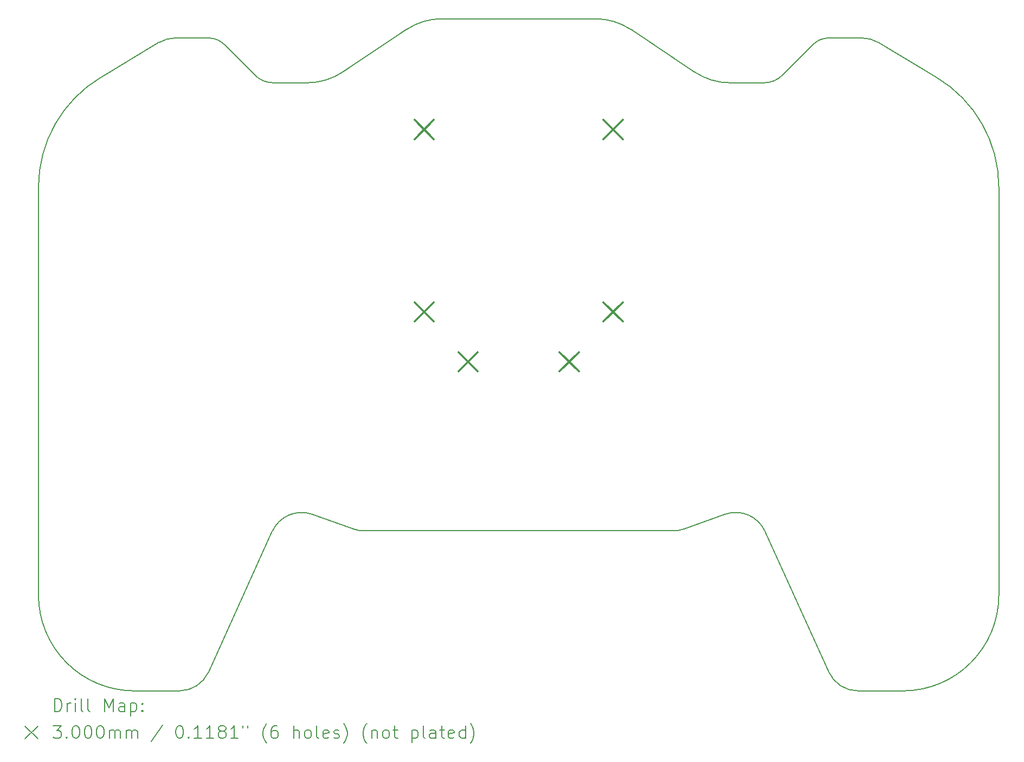
<source format=gbr>
%TF.GenerationSoftware,KiCad,Pcbnew,8.0.1*%
%TF.CreationDate,2024-05-05T13:03:46+07:00*%
%TF.ProjectId,Arduino_RC_Transceiver_DIY_2.3.0,41726475-696e-46f5-9f52-435f5472616e,2.1.0*%
%TF.SameCoordinates,Original*%
%TF.FileFunction,Drillmap*%
%TF.FilePolarity,Positive*%
%FSLAX45Y45*%
G04 Gerber Fmt 4.5, Leading zero omitted, Abs format (unit mm)*
G04 Created by KiCad (PCBNEW 8.0.1) date 2024-05-05 13:03:46*
%MOMM*%
%LPD*%
G01*
G04 APERTURE LIST*
%ADD10C,0.200000*%
%ADD11C,0.300000*%
G04 APERTURE END LIST*
D10*
X19052357Y-5457643D02*
X19532688Y-4977312D01*
X18158166Y-12316540D02*
G75*
G02*
X18781711Y-12580855I168205J-470850D01*
G01*
X20235200Y-15074800D02*
G75*
G02*
X19779855Y-14781345I0J500000D01*
G01*
X9635205Y-15074800D02*
X8935200Y-15074800D01*
X16687125Y-4742750D02*
X17683275Y-5406850D01*
X20553956Y-4946053D02*
X21464192Y-5492195D01*
X20296708Y-4874800D02*
G75*
G02*
X20553957Y-4946053I2J-500000D01*
G01*
X21464192Y-5492195D02*
G75*
G02*
X22435199Y-7207181I-1028992J-1714985D01*
G01*
X7435200Y-7207181D02*
G75*
G02*
X8406208Y-5492195I2000000J1D01*
G01*
X12521825Y-12574800D02*
G75*
G02*
X12353624Y-12545658I-15J499890D01*
G01*
X12187125Y-5406850D02*
X13183275Y-4742750D01*
X19532688Y-4977312D02*
G75*
G02*
X19780175Y-4874802I247472J-247458D01*
G01*
X11100885Y-5574800D02*
G75*
G02*
X10818045Y-5457641I5J400000D01*
G01*
X12187125Y-5406850D02*
G75*
G02*
X11632424Y-5574800I-554685J832000D01*
G01*
X20935200Y-15074800D02*
X20235200Y-15074800D01*
X8935200Y-15074800D02*
G75*
G02*
X7435200Y-13574800I0J1500000D01*
G01*
X10090551Y-14781344D02*
G75*
G02*
X9635205Y-15074801I-455341J206534D01*
G01*
X13737976Y-4574800D02*
X16132424Y-4574800D01*
X19052357Y-5457643D02*
G75*
G02*
X18769515Y-5574798I-282827J282813D01*
G01*
X13183275Y-4742750D02*
G75*
G02*
X13737976Y-4574800I554685J-832000D01*
G01*
X10337712Y-4977313D02*
X10818043Y-5457643D01*
X9316444Y-4946054D02*
G75*
G02*
X9573692Y-4874798I257246J-428727D01*
G01*
X17348575Y-12574800D02*
X12521825Y-12574800D01*
X18237976Y-5574800D02*
X18769515Y-5574800D01*
X12353624Y-12545659D02*
X11712234Y-12316541D01*
X19780175Y-4874800D02*
X20296708Y-4874800D01*
X11100885Y-5574800D02*
X11632424Y-5574800D01*
X18158166Y-12316540D02*
X17516777Y-12545659D01*
X9573692Y-4874800D02*
X10090225Y-4874800D01*
X16132424Y-4574800D02*
G75*
G02*
X16687123Y-4742752I-4J-1000000D01*
G01*
X11088687Y-12580856D02*
G75*
G02*
X11712235Y-12316538I455353J-206554D01*
G01*
X19779855Y-14781345D02*
X18781713Y-12580854D01*
X17516777Y-12545659D02*
G75*
G02*
X17348575Y-12574800I-168187J470769D01*
G01*
X22435200Y-13574800D02*
G75*
G02*
X20935200Y-15074800I-1500000J0D01*
G01*
X10090225Y-4874800D02*
G75*
G02*
X10337713Y-4977312I-15J-350040D01*
G01*
X11088687Y-12580856D02*
X10090551Y-14781344D01*
X7435200Y-13574800D02*
X7435200Y-7207181D01*
X22435200Y-7207181D02*
X22435200Y-13574800D01*
X18237976Y-5574800D02*
G75*
G02*
X17683277Y-5406848I4J1000000D01*
G01*
X8406208Y-5492195D02*
X9316444Y-4946054D01*
D11*
X13311500Y-6156625D02*
X13611500Y-6456625D01*
X13611500Y-6156625D02*
X13311500Y-6456625D01*
X13311500Y-9006625D02*
X13611500Y-9306625D01*
X13611500Y-9006625D02*
X13311500Y-9306625D01*
X13995600Y-9783900D02*
X14295600Y-10083900D01*
X14295600Y-9783900D02*
X13995600Y-10083900D01*
X15572600Y-9783900D02*
X15872600Y-10083900D01*
X15872600Y-9783900D02*
X15572600Y-10083900D01*
X16261500Y-6156625D02*
X16561500Y-6456625D01*
X16561500Y-6156625D02*
X16261500Y-6456625D01*
X16261500Y-9006625D02*
X16561500Y-9306625D01*
X16561500Y-9006625D02*
X16261500Y-9306625D01*
D10*
X7685977Y-15396285D02*
X7685977Y-15196285D01*
X7685977Y-15196285D02*
X7733596Y-15196285D01*
X7733596Y-15196285D02*
X7762167Y-15205809D01*
X7762167Y-15205809D02*
X7781215Y-15224856D01*
X7781215Y-15224856D02*
X7790739Y-15243904D01*
X7790739Y-15243904D02*
X7800262Y-15281999D01*
X7800262Y-15281999D02*
X7800262Y-15310571D01*
X7800262Y-15310571D02*
X7790739Y-15348666D01*
X7790739Y-15348666D02*
X7781215Y-15367714D01*
X7781215Y-15367714D02*
X7762167Y-15386761D01*
X7762167Y-15386761D02*
X7733596Y-15396285D01*
X7733596Y-15396285D02*
X7685977Y-15396285D01*
X7885977Y-15396285D02*
X7885977Y-15262952D01*
X7885977Y-15301047D02*
X7895501Y-15281999D01*
X7895501Y-15281999D02*
X7905024Y-15272475D01*
X7905024Y-15272475D02*
X7924072Y-15262952D01*
X7924072Y-15262952D02*
X7943120Y-15262952D01*
X8009786Y-15396285D02*
X8009786Y-15262952D01*
X8009786Y-15196285D02*
X8000262Y-15205809D01*
X8000262Y-15205809D02*
X8009786Y-15215333D01*
X8009786Y-15215333D02*
X8019310Y-15205809D01*
X8019310Y-15205809D02*
X8009786Y-15196285D01*
X8009786Y-15196285D02*
X8009786Y-15215333D01*
X8133596Y-15396285D02*
X8114548Y-15386761D01*
X8114548Y-15386761D02*
X8105024Y-15367714D01*
X8105024Y-15367714D02*
X8105024Y-15196285D01*
X8238358Y-15396285D02*
X8219310Y-15386761D01*
X8219310Y-15386761D02*
X8209786Y-15367714D01*
X8209786Y-15367714D02*
X8209786Y-15196285D01*
X8466929Y-15396285D02*
X8466929Y-15196285D01*
X8466929Y-15196285D02*
X8533596Y-15339142D01*
X8533596Y-15339142D02*
X8600263Y-15196285D01*
X8600263Y-15196285D02*
X8600263Y-15396285D01*
X8781215Y-15396285D02*
X8781215Y-15291523D01*
X8781215Y-15291523D02*
X8771691Y-15272475D01*
X8771691Y-15272475D02*
X8752644Y-15262952D01*
X8752644Y-15262952D02*
X8714548Y-15262952D01*
X8714548Y-15262952D02*
X8695501Y-15272475D01*
X8781215Y-15386761D02*
X8762167Y-15396285D01*
X8762167Y-15396285D02*
X8714548Y-15396285D01*
X8714548Y-15396285D02*
X8695501Y-15386761D01*
X8695501Y-15386761D02*
X8685977Y-15367714D01*
X8685977Y-15367714D02*
X8685977Y-15348666D01*
X8685977Y-15348666D02*
X8695501Y-15329618D01*
X8695501Y-15329618D02*
X8714548Y-15320095D01*
X8714548Y-15320095D02*
X8762167Y-15320095D01*
X8762167Y-15320095D02*
X8781215Y-15310571D01*
X8876453Y-15262952D02*
X8876453Y-15462952D01*
X8876453Y-15272475D02*
X8895501Y-15262952D01*
X8895501Y-15262952D02*
X8933596Y-15262952D01*
X8933596Y-15262952D02*
X8952644Y-15272475D01*
X8952644Y-15272475D02*
X8962167Y-15281999D01*
X8962167Y-15281999D02*
X8971691Y-15301047D01*
X8971691Y-15301047D02*
X8971691Y-15358190D01*
X8971691Y-15358190D02*
X8962167Y-15377237D01*
X8962167Y-15377237D02*
X8952644Y-15386761D01*
X8952644Y-15386761D02*
X8933596Y-15396285D01*
X8933596Y-15396285D02*
X8895501Y-15396285D01*
X8895501Y-15396285D02*
X8876453Y-15386761D01*
X9057405Y-15377237D02*
X9066929Y-15386761D01*
X9066929Y-15386761D02*
X9057405Y-15396285D01*
X9057405Y-15396285D02*
X9047882Y-15386761D01*
X9047882Y-15386761D02*
X9057405Y-15377237D01*
X9057405Y-15377237D02*
X9057405Y-15396285D01*
X9057405Y-15272475D02*
X9066929Y-15281999D01*
X9066929Y-15281999D02*
X9057405Y-15291523D01*
X9057405Y-15291523D02*
X9047882Y-15281999D01*
X9047882Y-15281999D02*
X9057405Y-15272475D01*
X9057405Y-15272475D02*
X9057405Y-15291523D01*
X7225200Y-15624801D02*
X7425200Y-15824801D01*
X7425200Y-15624801D02*
X7225200Y-15824801D01*
X7666929Y-15616285D02*
X7790739Y-15616285D01*
X7790739Y-15616285D02*
X7724072Y-15692475D01*
X7724072Y-15692475D02*
X7752643Y-15692475D01*
X7752643Y-15692475D02*
X7771691Y-15701999D01*
X7771691Y-15701999D02*
X7781215Y-15711523D01*
X7781215Y-15711523D02*
X7790739Y-15730571D01*
X7790739Y-15730571D02*
X7790739Y-15778190D01*
X7790739Y-15778190D02*
X7781215Y-15797237D01*
X7781215Y-15797237D02*
X7771691Y-15806761D01*
X7771691Y-15806761D02*
X7752643Y-15816285D01*
X7752643Y-15816285D02*
X7695501Y-15816285D01*
X7695501Y-15816285D02*
X7676453Y-15806761D01*
X7676453Y-15806761D02*
X7666929Y-15797237D01*
X7876453Y-15797237D02*
X7885977Y-15806761D01*
X7885977Y-15806761D02*
X7876453Y-15816285D01*
X7876453Y-15816285D02*
X7866929Y-15806761D01*
X7866929Y-15806761D02*
X7876453Y-15797237D01*
X7876453Y-15797237D02*
X7876453Y-15816285D01*
X8009786Y-15616285D02*
X8028834Y-15616285D01*
X8028834Y-15616285D02*
X8047882Y-15625809D01*
X8047882Y-15625809D02*
X8057405Y-15635333D01*
X8057405Y-15635333D02*
X8066929Y-15654380D01*
X8066929Y-15654380D02*
X8076453Y-15692475D01*
X8076453Y-15692475D02*
X8076453Y-15740095D01*
X8076453Y-15740095D02*
X8066929Y-15778190D01*
X8066929Y-15778190D02*
X8057405Y-15797237D01*
X8057405Y-15797237D02*
X8047882Y-15806761D01*
X8047882Y-15806761D02*
X8028834Y-15816285D01*
X8028834Y-15816285D02*
X8009786Y-15816285D01*
X8009786Y-15816285D02*
X7990739Y-15806761D01*
X7990739Y-15806761D02*
X7981215Y-15797237D01*
X7981215Y-15797237D02*
X7971691Y-15778190D01*
X7971691Y-15778190D02*
X7962167Y-15740095D01*
X7962167Y-15740095D02*
X7962167Y-15692475D01*
X7962167Y-15692475D02*
X7971691Y-15654380D01*
X7971691Y-15654380D02*
X7981215Y-15635333D01*
X7981215Y-15635333D02*
X7990739Y-15625809D01*
X7990739Y-15625809D02*
X8009786Y-15616285D01*
X8200262Y-15616285D02*
X8219310Y-15616285D01*
X8219310Y-15616285D02*
X8238358Y-15625809D01*
X8238358Y-15625809D02*
X8247882Y-15635333D01*
X8247882Y-15635333D02*
X8257405Y-15654380D01*
X8257405Y-15654380D02*
X8266929Y-15692475D01*
X8266929Y-15692475D02*
X8266929Y-15740095D01*
X8266929Y-15740095D02*
X8257405Y-15778190D01*
X8257405Y-15778190D02*
X8247882Y-15797237D01*
X8247882Y-15797237D02*
X8238358Y-15806761D01*
X8238358Y-15806761D02*
X8219310Y-15816285D01*
X8219310Y-15816285D02*
X8200262Y-15816285D01*
X8200262Y-15816285D02*
X8181215Y-15806761D01*
X8181215Y-15806761D02*
X8171691Y-15797237D01*
X8171691Y-15797237D02*
X8162167Y-15778190D01*
X8162167Y-15778190D02*
X8152643Y-15740095D01*
X8152643Y-15740095D02*
X8152643Y-15692475D01*
X8152643Y-15692475D02*
X8162167Y-15654380D01*
X8162167Y-15654380D02*
X8171691Y-15635333D01*
X8171691Y-15635333D02*
X8181215Y-15625809D01*
X8181215Y-15625809D02*
X8200262Y-15616285D01*
X8390739Y-15616285D02*
X8409786Y-15616285D01*
X8409786Y-15616285D02*
X8428834Y-15625809D01*
X8428834Y-15625809D02*
X8438358Y-15635333D01*
X8438358Y-15635333D02*
X8447882Y-15654380D01*
X8447882Y-15654380D02*
X8457405Y-15692475D01*
X8457405Y-15692475D02*
X8457405Y-15740095D01*
X8457405Y-15740095D02*
X8447882Y-15778190D01*
X8447882Y-15778190D02*
X8438358Y-15797237D01*
X8438358Y-15797237D02*
X8428834Y-15806761D01*
X8428834Y-15806761D02*
X8409786Y-15816285D01*
X8409786Y-15816285D02*
X8390739Y-15816285D01*
X8390739Y-15816285D02*
X8371691Y-15806761D01*
X8371691Y-15806761D02*
X8362167Y-15797237D01*
X8362167Y-15797237D02*
X8352643Y-15778190D01*
X8352643Y-15778190D02*
X8343120Y-15740095D01*
X8343120Y-15740095D02*
X8343120Y-15692475D01*
X8343120Y-15692475D02*
X8352643Y-15654380D01*
X8352643Y-15654380D02*
X8362167Y-15635333D01*
X8362167Y-15635333D02*
X8371691Y-15625809D01*
X8371691Y-15625809D02*
X8390739Y-15616285D01*
X8543120Y-15816285D02*
X8543120Y-15682952D01*
X8543120Y-15701999D02*
X8552644Y-15692475D01*
X8552644Y-15692475D02*
X8571691Y-15682952D01*
X8571691Y-15682952D02*
X8600263Y-15682952D01*
X8600263Y-15682952D02*
X8619310Y-15692475D01*
X8619310Y-15692475D02*
X8628834Y-15711523D01*
X8628834Y-15711523D02*
X8628834Y-15816285D01*
X8628834Y-15711523D02*
X8638358Y-15692475D01*
X8638358Y-15692475D02*
X8657405Y-15682952D01*
X8657405Y-15682952D02*
X8685977Y-15682952D01*
X8685977Y-15682952D02*
X8705025Y-15692475D01*
X8705025Y-15692475D02*
X8714548Y-15711523D01*
X8714548Y-15711523D02*
X8714548Y-15816285D01*
X8809786Y-15816285D02*
X8809786Y-15682952D01*
X8809786Y-15701999D02*
X8819310Y-15692475D01*
X8819310Y-15692475D02*
X8838358Y-15682952D01*
X8838358Y-15682952D02*
X8866929Y-15682952D01*
X8866929Y-15682952D02*
X8885977Y-15692475D01*
X8885977Y-15692475D02*
X8895501Y-15711523D01*
X8895501Y-15711523D02*
X8895501Y-15816285D01*
X8895501Y-15711523D02*
X8905025Y-15692475D01*
X8905025Y-15692475D02*
X8924072Y-15682952D01*
X8924072Y-15682952D02*
X8952644Y-15682952D01*
X8952644Y-15682952D02*
X8971691Y-15692475D01*
X8971691Y-15692475D02*
X8981215Y-15711523D01*
X8981215Y-15711523D02*
X8981215Y-15816285D01*
X9371691Y-15606761D02*
X9200263Y-15863904D01*
X9628834Y-15616285D02*
X9647882Y-15616285D01*
X9647882Y-15616285D02*
X9666929Y-15625809D01*
X9666929Y-15625809D02*
X9676453Y-15635333D01*
X9676453Y-15635333D02*
X9685977Y-15654380D01*
X9685977Y-15654380D02*
X9695501Y-15692475D01*
X9695501Y-15692475D02*
X9695501Y-15740095D01*
X9695501Y-15740095D02*
X9685977Y-15778190D01*
X9685977Y-15778190D02*
X9676453Y-15797237D01*
X9676453Y-15797237D02*
X9666929Y-15806761D01*
X9666929Y-15806761D02*
X9647882Y-15816285D01*
X9647882Y-15816285D02*
X9628834Y-15816285D01*
X9628834Y-15816285D02*
X9609787Y-15806761D01*
X9609787Y-15806761D02*
X9600263Y-15797237D01*
X9600263Y-15797237D02*
X9590739Y-15778190D01*
X9590739Y-15778190D02*
X9581215Y-15740095D01*
X9581215Y-15740095D02*
X9581215Y-15692475D01*
X9581215Y-15692475D02*
X9590739Y-15654380D01*
X9590739Y-15654380D02*
X9600263Y-15635333D01*
X9600263Y-15635333D02*
X9609787Y-15625809D01*
X9609787Y-15625809D02*
X9628834Y-15616285D01*
X9781215Y-15797237D02*
X9790739Y-15806761D01*
X9790739Y-15806761D02*
X9781215Y-15816285D01*
X9781215Y-15816285D02*
X9771691Y-15806761D01*
X9771691Y-15806761D02*
X9781215Y-15797237D01*
X9781215Y-15797237D02*
X9781215Y-15816285D01*
X9981215Y-15816285D02*
X9866929Y-15816285D01*
X9924072Y-15816285D02*
X9924072Y-15616285D01*
X9924072Y-15616285D02*
X9905025Y-15644856D01*
X9905025Y-15644856D02*
X9885977Y-15663904D01*
X9885977Y-15663904D02*
X9866929Y-15673428D01*
X10171691Y-15816285D02*
X10057406Y-15816285D01*
X10114548Y-15816285D02*
X10114548Y-15616285D01*
X10114548Y-15616285D02*
X10095501Y-15644856D01*
X10095501Y-15644856D02*
X10076453Y-15663904D01*
X10076453Y-15663904D02*
X10057406Y-15673428D01*
X10285977Y-15701999D02*
X10266929Y-15692475D01*
X10266929Y-15692475D02*
X10257406Y-15682952D01*
X10257406Y-15682952D02*
X10247882Y-15663904D01*
X10247882Y-15663904D02*
X10247882Y-15654380D01*
X10247882Y-15654380D02*
X10257406Y-15635333D01*
X10257406Y-15635333D02*
X10266929Y-15625809D01*
X10266929Y-15625809D02*
X10285977Y-15616285D01*
X10285977Y-15616285D02*
X10324072Y-15616285D01*
X10324072Y-15616285D02*
X10343120Y-15625809D01*
X10343120Y-15625809D02*
X10352644Y-15635333D01*
X10352644Y-15635333D02*
X10362168Y-15654380D01*
X10362168Y-15654380D02*
X10362168Y-15663904D01*
X10362168Y-15663904D02*
X10352644Y-15682952D01*
X10352644Y-15682952D02*
X10343120Y-15692475D01*
X10343120Y-15692475D02*
X10324072Y-15701999D01*
X10324072Y-15701999D02*
X10285977Y-15701999D01*
X10285977Y-15701999D02*
X10266929Y-15711523D01*
X10266929Y-15711523D02*
X10257406Y-15721047D01*
X10257406Y-15721047D02*
X10247882Y-15740095D01*
X10247882Y-15740095D02*
X10247882Y-15778190D01*
X10247882Y-15778190D02*
X10257406Y-15797237D01*
X10257406Y-15797237D02*
X10266929Y-15806761D01*
X10266929Y-15806761D02*
X10285977Y-15816285D01*
X10285977Y-15816285D02*
X10324072Y-15816285D01*
X10324072Y-15816285D02*
X10343120Y-15806761D01*
X10343120Y-15806761D02*
X10352644Y-15797237D01*
X10352644Y-15797237D02*
X10362168Y-15778190D01*
X10362168Y-15778190D02*
X10362168Y-15740095D01*
X10362168Y-15740095D02*
X10352644Y-15721047D01*
X10352644Y-15721047D02*
X10343120Y-15711523D01*
X10343120Y-15711523D02*
X10324072Y-15701999D01*
X10552644Y-15816285D02*
X10438358Y-15816285D01*
X10495501Y-15816285D02*
X10495501Y-15616285D01*
X10495501Y-15616285D02*
X10476453Y-15644856D01*
X10476453Y-15644856D02*
X10457406Y-15663904D01*
X10457406Y-15663904D02*
X10438358Y-15673428D01*
X10628834Y-15616285D02*
X10628834Y-15654380D01*
X10705025Y-15616285D02*
X10705025Y-15654380D01*
X11000263Y-15892475D02*
X10990739Y-15882952D01*
X10990739Y-15882952D02*
X10971691Y-15854380D01*
X10971691Y-15854380D02*
X10962168Y-15835333D01*
X10962168Y-15835333D02*
X10952644Y-15806761D01*
X10952644Y-15806761D02*
X10943120Y-15759142D01*
X10943120Y-15759142D02*
X10943120Y-15721047D01*
X10943120Y-15721047D02*
X10952644Y-15673428D01*
X10952644Y-15673428D02*
X10962168Y-15644856D01*
X10962168Y-15644856D02*
X10971691Y-15625809D01*
X10971691Y-15625809D02*
X10990739Y-15597237D01*
X10990739Y-15597237D02*
X11000263Y-15587714D01*
X11162168Y-15616285D02*
X11124072Y-15616285D01*
X11124072Y-15616285D02*
X11105025Y-15625809D01*
X11105025Y-15625809D02*
X11095501Y-15635333D01*
X11095501Y-15635333D02*
X11076453Y-15663904D01*
X11076453Y-15663904D02*
X11066930Y-15701999D01*
X11066930Y-15701999D02*
X11066930Y-15778190D01*
X11066930Y-15778190D02*
X11076453Y-15797237D01*
X11076453Y-15797237D02*
X11085977Y-15806761D01*
X11085977Y-15806761D02*
X11105025Y-15816285D01*
X11105025Y-15816285D02*
X11143120Y-15816285D01*
X11143120Y-15816285D02*
X11162168Y-15806761D01*
X11162168Y-15806761D02*
X11171691Y-15797237D01*
X11171691Y-15797237D02*
X11181215Y-15778190D01*
X11181215Y-15778190D02*
X11181215Y-15730571D01*
X11181215Y-15730571D02*
X11171691Y-15711523D01*
X11171691Y-15711523D02*
X11162168Y-15701999D01*
X11162168Y-15701999D02*
X11143120Y-15692475D01*
X11143120Y-15692475D02*
X11105025Y-15692475D01*
X11105025Y-15692475D02*
X11085977Y-15701999D01*
X11085977Y-15701999D02*
X11076453Y-15711523D01*
X11076453Y-15711523D02*
X11066930Y-15730571D01*
X11419310Y-15816285D02*
X11419310Y-15616285D01*
X11505025Y-15816285D02*
X11505025Y-15711523D01*
X11505025Y-15711523D02*
X11495501Y-15692475D01*
X11495501Y-15692475D02*
X11476453Y-15682952D01*
X11476453Y-15682952D02*
X11447882Y-15682952D01*
X11447882Y-15682952D02*
X11428834Y-15692475D01*
X11428834Y-15692475D02*
X11419310Y-15701999D01*
X11628834Y-15816285D02*
X11609787Y-15806761D01*
X11609787Y-15806761D02*
X11600263Y-15797237D01*
X11600263Y-15797237D02*
X11590739Y-15778190D01*
X11590739Y-15778190D02*
X11590739Y-15721047D01*
X11590739Y-15721047D02*
X11600263Y-15701999D01*
X11600263Y-15701999D02*
X11609787Y-15692475D01*
X11609787Y-15692475D02*
X11628834Y-15682952D01*
X11628834Y-15682952D02*
X11657406Y-15682952D01*
X11657406Y-15682952D02*
X11676453Y-15692475D01*
X11676453Y-15692475D02*
X11685977Y-15701999D01*
X11685977Y-15701999D02*
X11695501Y-15721047D01*
X11695501Y-15721047D02*
X11695501Y-15778190D01*
X11695501Y-15778190D02*
X11685977Y-15797237D01*
X11685977Y-15797237D02*
X11676453Y-15806761D01*
X11676453Y-15806761D02*
X11657406Y-15816285D01*
X11657406Y-15816285D02*
X11628834Y-15816285D01*
X11809787Y-15816285D02*
X11790739Y-15806761D01*
X11790739Y-15806761D02*
X11781215Y-15787714D01*
X11781215Y-15787714D02*
X11781215Y-15616285D01*
X11962168Y-15806761D02*
X11943120Y-15816285D01*
X11943120Y-15816285D02*
X11905025Y-15816285D01*
X11905025Y-15816285D02*
X11885977Y-15806761D01*
X11885977Y-15806761D02*
X11876453Y-15787714D01*
X11876453Y-15787714D02*
X11876453Y-15711523D01*
X11876453Y-15711523D02*
X11885977Y-15692475D01*
X11885977Y-15692475D02*
X11905025Y-15682952D01*
X11905025Y-15682952D02*
X11943120Y-15682952D01*
X11943120Y-15682952D02*
X11962168Y-15692475D01*
X11962168Y-15692475D02*
X11971691Y-15711523D01*
X11971691Y-15711523D02*
X11971691Y-15730571D01*
X11971691Y-15730571D02*
X11876453Y-15749618D01*
X12047882Y-15806761D02*
X12066930Y-15816285D01*
X12066930Y-15816285D02*
X12105025Y-15816285D01*
X12105025Y-15816285D02*
X12124072Y-15806761D01*
X12124072Y-15806761D02*
X12133596Y-15787714D01*
X12133596Y-15787714D02*
X12133596Y-15778190D01*
X12133596Y-15778190D02*
X12124072Y-15759142D01*
X12124072Y-15759142D02*
X12105025Y-15749618D01*
X12105025Y-15749618D02*
X12076453Y-15749618D01*
X12076453Y-15749618D02*
X12057406Y-15740095D01*
X12057406Y-15740095D02*
X12047882Y-15721047D01*
X12047882Y-15721047D02*
X12047882Y-15711523D01*
X12047882Y-15711523D02*
X12057406Y-15692475D01*
X12057406Y-15692475D02*
X12076453Y-15682952D01*
X12076453Y-15682952D02*
X12105025Y-15682952D01*
X12105025Y-15682952D02*
X12124072Y-15692475D01*
X12200263Y-15892475D02*
X12209787Y-15882952D01*
X12209787Y-15882952D02*
X12228834Y-15854380D01*
X12228834Y-15854380D02*
X12238358Y-15835333D01*
X12238358Y-15835333D02*
X12247882Y-15806761D01*
X12247882Y-15806761D02*
X12257406Y-15759142D01*
X12257406Y-15759142D02*
X12257406Y-15721047D01*
X12257406Y-15721047D02*
X12247882Y-15673428D01*
X12247882Y-15673428D02*
X12238358Y-15644856D01*
X12238358Y-15644856D02*
X12228834Y-15625809D01*
X12228834Y-15625809D02*
X12209787Y-15597237D01*
X12209787Y-15597237D02*
X12200263Y-15587714D01*
X12562168Y-15892475D02*
X12552644Y-15882952D01*
X12552644Y-15882952D02*
X12533596Y-15854380D01*
X12533596Y-15854380D02*
X12524072Y-15835333D01*
X12524072Y-15835333D02*
X12514549Y-15806761D01*
X12514549Y-15806761D02*
X12505025Y-15759142D01*
X12505025Y-15759142D02*
X12505025Y-15721047D01*
X12505025Y-15721047D02*
X12514549Y-15673428D01*
X12514549Y-15673428D02*
X12524072Y-15644856D01*
X12524072Y-15644856D02*
X12533596Y-15625809D01*
X12533596Y-15625809D02*
X12552644Y-15597237D01*
X12552644Y-15597237D02*
X12562168Y-15587714D01*
X12638358Y-15682952D02*
X12638358Y-15816285D01*
X12638358Y-15701999D02*
X12647882Y-15692475D01*
X12647882Y-15692475D02*
X12666930Y-15682952D01*
X12666930Y-15682952D02*
X12695501Y-15682952D01*
X12695501Y-15682952D02*
X12714549Y-15692475D01*
X12714549Y-15692475D02*
X12724072Y-15711523D01*
X12724072Y-15711523D02*
X12724072Y-15816285D01*
X12847882Y-15816285D02*
X12828834Y-15806761D01*
X12828834Y-15806761D02*
X12819311Y-15797237D01*
X12819311Y-15797237D02*
X12809787Y-15778190D01*
X12809787Y-15778190D02*
X12809787Y-15721047D01*
X12809787Y-15721047D02*
X12819311Y-15701999D01*
X12819311Y-15701999D02*
X12828834Y-15692475D01*
X12828834Y-15692475D02*
X12847882Y-15682952D01*
X12847882Y-15682952D02*
X12876453Y-15682952D01*
X12876453Y-15682952D02*
X12895501Y-15692475D01*
X12895501Y-15692475D02*
X12905025Y-15701999D01*
X12905025Y-15701999D02*
X12914549Y-15721047D01*
X12914549Y-15721047D02*
X12914549Y-15778190D01*
X12914549Y-15778190D02*
X12905025Y-15797237D01*
X12905025Y-15797237D02*
X12895501Y-15806761D01*
X12895501Y-15806761D02*
X12876453Y-15816285D01*
X12876453Y-15816285D02*
X12847882Y-15816285D01*
X12971692Y-15682952D02*
X13047882Y-15682952D01*
X13000263Y-15616285D02*
X13000263Y-15787714D01*
X13000263Y-15787714D02*
X13009787Y-15806761D01*
X13009787Y-15806761D02*
X13028834Y-15816285D01*
X13028834Y-15816285D02*
X13047882Y-15816285D01*
X13266930Y-15682952D02*
X13266930Y-15882952D01*
X13266930Y-15692475D02*
X13285977Y-15682952D01*
X13285977Y-15682952D02*
X13324073Y-15682952D01*
X13324073Y-15682952D02*
X13343120Y-15692475D01*
X13343120Y-15692475D02*
X13352644Y-15701999D01*
X13352644Y-15701999D02*
X13362168Y-15721047D01*
X13362168Y-15721047D02*
X13362168Y-15778190D01*
X13362168Y-15778190D02*
X13352644Y-15797237D01*
X13352644Y-15797237D02*
X13343120Y-15806761D01*
X13343120Y-15806761D02*
X13324073Y-15816285D01*
X13324073Y-15816285D02*
X13285977Y-15816285D01*
X13285977Y-15816285D02*
X13266930Y-15806761D01*
X13476453Y-15816285D02*
X13457406Y-15806761D01*
X13457406Y-15806761D02*
X13447882Y-15787714D01*
X13447882Y-15787714D02*
X13447882Y-15616285D01*
X13638358Y-15816285D02*
X13638358Y-15711523D01*
X13638358Y-15711523D02*
X13628834Y-15692475D01*
X13628834Y-15692475D02*
X13609787Y-15682952D01*
X13609787Y-15682952D02*
X13571692Y-15682952D01*
X13571692Y-15682952D02*
X13552644Y-15692475D01*
X13638358Y-15806761D02*
X13619311Y-15816285D01*
X13619311Y-15816285D02*
X13571692Y-15816285D01*
X13571692Y-15816285D02*
X13552644Y-15806761D01*
X13552644Y-15806761D02*
X13543120Y-15787714D01*
X13543120Y-15787714D02*
X13543120Y-15768666D01*
X13543120Y-15768666D02*
X13552644Y-15749618D01*
X13552644Y-15749618D02*
X13571692Y-15740095D01*
X13571692Y-15740095D02*
X13619311Y-15740095D01*
X13619311Y-15740095D02*
X13638358Y-15730571D01*
X13705025Y-15682952D02*
X13781215Y-15682952D01*
X13733596Y-15616285D02*
X13733596Y-15787714D01*
X13733596Y-15787714D02*
X13743120Y-15806761D01*
X13743120Y-15806761D02*
X13762168Y-15816285D01*
X13762168Y-15816285D02*
X13781215Y-15816285D01*
X13924073Y-15806761D02*
X13905025Y-15816285D01*
X13905025Y-15816285D02*
X13866930Y-15816285D01*
X13866930Y-15816285D02*
X13847882Y-15806761D01*
X13847882Y-15806761D02*
X13838358Y-15787714D01*
X13838358Y-15787714D02*
X13838358Y-15711523D01*
X13838358Y-15711523D02*
X13847882Y-15692475D01*
X13847882Y-15692475D02*
X13866930Y-15682952D01*
X13866930Y-15682952D02*
X13905025Y-15682952D01*
X13905025Y-15682952D02*
X13924073Y-15692475D01*
X13924073Y-15692475D02*
X13933596Y-15711523D01*
X13933596Y-15711523D02*
X13933596Y-15730571D01*
X13933596Y-15730571D02*
X13838358Y-15749618D01*
X14105025Y-15816285D02*
X14105025Y-15616285D01*
X14105025Y-15806761D02*
X14085977Y-15816285D01*
X14085977Y-15816285D02*
X14047882Y-15816285D01*
X14047882Y-15816285D02*
X14028834Y-15806761D01*
X14028834Y-15806761D02*
X14019311Y-15797237D01*
X14019311Y-15797237D02*
X14009787Y-15778190D01*
X14009787Y-15778190D02*
X14009787Y-15721047D01*
X14009787Y-15721047D02*
X14019311Y-15701999D01*
X14019311Y-15701999D02*
X14028834Y-15692475D01*
X14028834Y-15692475D02*
X14047882Y-15682952D01*
X14047882Y-15682952D02*
X14085977Y-15682952D01*
X14085977Y-15682952D02*
X14105025Y-15692475D01*
X14181215Y-15892475D02*
X14190739Y-15882952D01*
X14190739Y-15882952D02*
X14209787Y-15854380D01*
X14209787Y-15854380D02*
X14219311Y-15835333D01*
X14219311Y-15835333D02*
X14228834Y-15806761D01*
X14228834Y-15806761D02*
X14238358Y-15759142D01*
X14238358Y-15759142D02*
X14238358Y-15721047D01*
X14238358Y-15721047D02*
X14228834Y-15673428D01*
X14228834Y-15673428D02*
X14219311Y-15644856D01*
X14219311Y-15644856D02*
X14209787Y-15625809D01*
X14209787Y-15625809D02*
X14190739Y-15597237D01*
X14190739Y-15597237D02*
X14181215Y-15587714D01*
M02*

</source>
